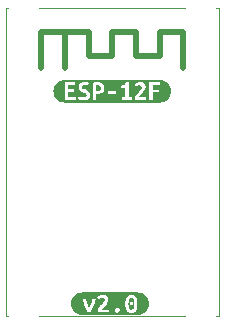
<source format=gbr>
G04 #@! TF.GenerationSoftware,KiCad,Pcbnew,6.0.10+dfsg-1~bpo11+1*
G04 #@! TF.ProjectId,mag,6d61672e-6b69-4636-9164-5f7063625858,rev?*
G04 #@! TF.SameCoordinates,Original*
G04 #@! TF.FileFunction,Legend,Top*
G04 #@! TF.FilePolarity,Positive*
%FSLAX46Y46*%
G04 Gerber Fmt 4.6, Leading zero omitted, Abs format (unit mm)*
%MOMM*%
%LPD*%
G01*
G04 APERTURE LIST*
G04 #@! TA.AperFunction,Profile*
%ADD10C,0.120000*%
G04 #@! TD*
%ADD11C,0.500000*%
%ADD12C,0.900000*%
%ADD13C,2.500000*%
%ADD14C,1.500000*%
%ADD15O,2.000000X1.500000*%
G04 APERTURE END LIST*
G36*
X132788126Y-125948989D02*
G01*
X132606615Y-125893929D01*
X132439333Y-125804514D01*
X132292709Y-125684183D01*
X132172378Y-125537559D01*
X132082964Y-125370277D01*
X132027903Y-125188766D01*
X132009311Y-125000000D01*
X132027903Y-124811234D01*
X132082964Y-124629723D01*
X132088696Y-124619000D01*
X132977091Y-124619000D01*
X133027767Y-124784720D01*
X133079782Y-124943743D01*
X133133137Y-125096069D01*
X133187831Y-125241697D01*
X133261253Y-125423333D01*
X133333881Y-125588830D01*
X133405716Y-125738188D01*
X133650984Y-125738188D01*
X133724009Y-125588830D01*
X133800209Y-125423333D01*
X133879584Y-125241697D01*
X133938967Y-125096069D01*
X133995670Y-124943743D01*
X134049695Y-124784720D01*
X134101041Y-124619000D01*
X133803384Y-124619000D01*
X133778679Y-124712464D01*
X133747425Y-124811881D01*
X133712302Y-124914573D01*
X133675987Y-125017859D01*
X133638780Y-125119955D01*
X133600978Y-125219075D01*
X133531922Y-125397669D01*
X133466437Y-125219075D01*
X133432207Y-125119955D01*
X133398572Y-125017859D01*
X133366127Y-124914573D01*
X133335469Y-124811881D01*
X133307787Y-124712464D01*
X133284272Y-124619000D01*
X132977091Y-124619000D01*
X132088696Y-124619000D01*
X132172378Y-124462441D01*
X132202187Y-124426119D01*
X134236772Y-124426119D01*
X134382028Y-124630906D01*
X134532047Y-124518988D01*
X134677303Y-124485650D01*
X134815416Y-124534466D01*
X134870184Y-124673769D01*
X134826131Y-124799975D01*
X134714213Y-124928563D01*
X134643966Y-124996726D01*
X134568956Y-125067866D01*
X134493947Y-125143470D01*
X134423700Y-125225028D01*
X134361787Y-125313432D01*
X134311781Y-125409575D01*
X134278741Y-125514350D01*
X134267728Y-125628650D01*
X134266537Y-125678656D01*
X134272491Y-125738188D01*
X135234516Y-125738188D01*
X135234516Y-125550069D01*
X135708384Y-125550069D01*
X135726244Y-125641747D01*
X135773869Y-125708422D01*
X135841734Y-125750094D01*
X135922697Y-125764381D01*
X136070334Y-125709613D01*
X136134628Y-125550069D01*
X136070334Y-125395288D01*
X135922697Y-125340519D01*
X135841734Y-125354806D01*
X135773869Y-125395288D01*
X135726244Y-125460772D01*
X135708384Y-125550069D01*
X135234516Y-125550069D01*
X135234516Y-125495300D01*
X134601103Y-125495300D01*
X134626106Y-125416719D01*
X134686828Y-125332184D01*
X134763028Y-125251222D01*
X134834466Y-125183356D01*
X134955909Y-125064294D01*
X135011472Y-124997619D01*
X136598972Y-124997619D01*
X136607157Y-125180380D01*
X136631714Y-125338138D01*
X136672642Y-125470892D01*
X136729941Y-125578644D01*
X136830482Y-125684477D01*
X136957482Y-125747977D01*
X137110941Y-125769144D01*
X137264399Y-125747977D01*
X137391399Y-125684477D01*
X137491941Y-125578644D01*
X137549239Y-125470892D01*
X137590167Y-125338138D01*
X137614724Y-125180380D01*
X137622909Y-124997619D01*
X137614724Y-124815974D01*
X137590167Y-124659184D01*
X137549239Y-124527247D01*
X137491941Y-124420166D01*
X137391399Y-124314994D01*
X137264399Y-124251891D01*
X137110941Y-124230856D01*
X136959864Y-124252023D01*
X136833657Y-124315523D01*
X136732322Y-124421356D01*
X136673981Y-124528810D01*
X136632309Y-124660672D01*
X136607306Y-124816941D01*
X136598972Y-124997619D01*
X135011472Y-124997619D01*
X135063066Y-124935706D01*
X135139266Y-124798784D01*
X135167841Y-124652338D01*
X135129741Y-124467791D01*
X135027347Y-124335631D01*
X134879709Y-124257050D01*
X134705878Y-124230856D01*
X134581755Y-124242763D01*
X134457037Y-124278481D01*
X134339463Y-124339203D01*
X134236772Y-124426119D01*
X132202187Y-124426119D01*
X132292709Y-124315817D01*
X132439333Y-124195486D01*
X132606615Y-124106071D01*
X132788126Y-124051011D01*
X132976892Y-124032419D01*
X137623108Y-124032419D01*
X137811874Y-124051011D01*
X137993385Y-124106071D01*
X138160667Y-124195486D01*
X138307291Y-124315817D01*
X138427622Y-124462441D01*
X138517036Y-124629723D01*
X138572097Y-124811234D01*
X138590689Y-125000000D01*
X138572097Y-125188766D01*
X138517036Y-125370277D01*
X138427622Y-125537559D01*
X138307291Y-125684183D01*
X138160667Y-125804514D01*
X137993385Y-125893929D01*
X137811874Y-125948989D01*
X137623108Y-125967581D01*
X132976892Y-125967581D01*
X132788126Y-125948989D01*
G37*
G36*
X137110941Y-125516731D02*
G01*
X137005570Y-125483691D01*
X136927584Y-125384572D01*
X136891866Y-125282840D01*
X136870434Y-125153855D01*
X136863291Y-124997619D01*
X136864389Y-124973806D01*
X136979972Y-124973806D01*
X137015691Y-125084534D01*
X137113322Y-125130969D01*
X137207381Y-125084534D01*
X137244291Y-124973806D01*
X137207381Y-124861888D01*
X137113322Y-124814263D01*
X137015691Y-124861888D01*
X136979972Y-124973806D01*
X136864389Y-124973806D01*
X136870434Y-124842705D01*
X136891866Y-124714515D01*
X136927584Y-124613047D01*
X137005570Y-124513927D01*
X137110941Y-124480888D01*
X137217799Y-124513927D01*
X137295487Y-124613047D01*
X137330545Y-124714515D01*
X137351579Y-124842705D01*
X137358591Y-124997619D01*
X137351579Y-125153855D01*
X137330545Y-125282840D01*
X137295487Y-125384572D01*
X137217799Y-125483691D01*
X137113322Y-125515995D01*
X137110941Y-125516731D01*
G37*
D10*
X126500000Y-100000000D02*
X144500000Y-100000000D01*
X144500000Y-100000000D02*
X144500000Y-126000000D01*
X144500000Y-126000000D02*
X126500000Y-126000000D01*
X126500000Y-126000000D02*
X126500000Y-100000000D01*
D11*
X135500000Y-104000000D02*
X135500000Y-102000000D01*
X141500000Y-102000000D02*
X139500000Y-102000000D01*
X137500000Y-102000000D02*
X135500000Y-102000000D01*
X133500000Y-102000000D02*
X133500000Y-104000000D01*
X129500000Y-105000000D02*
X129500000Y-102000000D01*
X135500000Y-104000000D02*
X133500000Y-104000000D01*
X141500000Y-102000000D02*
X141500000Y-105000000D01*
X139500000Y-104000000D02*
X139500000Y-102000000D01*
X131500000Y-105000000D02*
X131500000Y-102000000D01*
X139500000Y-104000000D02*
X137500000Y-104000000D01*
X137500000Y-102000000D02*
X137500000Y-104000000D01*
X133500000Y-102000000D02*
X129500000Y-102000000D01*
G36*
X131287914Y-107948989D02*
G01*
X131106402Y-107893929D01*
X130939120Y-107804514D01*
X130858301Y-107738188D01*
X131476878Y-107738188D01*
X132422234Y-107738188D01*
X132422234Y-107657225D01*
X132612734Y-107657225D01*
X132777041Y-107729853D01*
X132905033Y-107759321D01*
X133069934Y-107769144D01*
X133237019Y-107756576D01*
X133303410Y-107738188D01*
X133836697Y-107738188D01*
X134129591Y-107738188D01*
X134129591Y-107271463D01*
X135167816Y-107271463D01*
X135820278Y-107271463D01*
X135820278Y-106983331D01*
X135167816Y-106983331D01*
X135167816Y-107271463D01*
X134129591Y-107271463D01*
X134129591Y-107240506D01*
X134234366Y-107240506D01*
X134410446Y-107227409D01*
X134557686Y-107188119D01*
X134676088Y-107122634D01*
X134762739Y-107027781D01*
X134814729Y-106900384D01*
X134832059Y-106740444D01*
X134814861Y-106582091D01*
X134810467Y-106571375D01*
X136203659Y-106571375D01*
X136298909Y-106814263D01*
X136444166Y-106755922D01*
X136596566Y-106671388D01*
X136596566Y-107495300D01*
X136287003Y-107495300D01*
X136287003Y-107738188D01*
X137182353Y-107738188D01*
X137182353Y-107495300D01*
X136889459Y-107495300D01*
X136889459Y-106426119D01*
X137382378Y-106426119D01*
X137527634Y-106630906D01*
X137677653Y-106518988D01*
X137822909Y-106485650D01*
X137961022Y-106534466D01*
X138015791Y-106673769D01*
X137971737Y-106799975D01*
X137859819Y-106928563D01*
X137789572Y-106996726D01*
X137714563Y-107067866D01*
X137639553Y-107143470D01*
X137569306Y-107225028D01*
X137507394Y-107313432D01*
X137457388Y-107409575D01*
X137424348Y-107514350D01*
X137413334Y-107628650D01*
X137412144Y-107678656D01*
X137418097Y-107738188D01*
X138380122Y-107738188D01*
X138620628Y-107738188D01*
X138913522Y-107738188D01*
X138913522Y-107107156D01*
X139446922Y-107107156D01*
X139446922Y-106864269D01*
X138913522Y-106864269D01*
X138913522Y-106507081D01*
X139523122Y-106507081D01*
X139523122Y-106264194D01*
X138620628Y-106264194D01*
X138620628Y-107738188D01*
X138380122Y-107738188D01*
X138380122Y-107495300D01*
X137746709Y-107495300D01*
X137771713Y-107416719D01*
X137832434Y-107332184D01*
X137908634Y-107251222D01*
X137980072Y-107183356D01*
X138101516Y-107064294D01*
X138208672Y-106935706D01*
X138284872Y-106798784D01*
X138313447Y-106652338D01*
X138275347Y-106467791D01*
X138172953Y-106335631D01*
X138025316Y-106257050D01*
X137851484Y-106230856D01*
X137727362Y-106242763D01*
X137602644Y-106278481D01*
X137485070Y-106339203D01*
X137382378Y-106426119D01*
X136889459Y-106426119D01*
X136889459Y-106264194D01*
X136689434Y-106264194D01*
X136587041Y-106357063D01*
X136460834Y-106442788D01*
X136327484Y-106516606D01*
X136203659Y-106571375D01*
X134810467Y-106571375D01*
X134763268Y-106456281D01*
X134677278Y-106363016D01*
X134560068Y-106298854D01*
X134414811Y-106260357D01*
X134241509Y-106247525D01*
X134148641Y-106249906D01*
X134041484Y-106255859D01*
X133933138Y-106266575D01*
X133836697Y-106283244D01*
X133836697Y-107738188D01*
X133303410Y-107738188D01*
X133373147Y-107718873D01*
X133478319Y-107656034D01*
X133579224Y-107519410D01*
X133612859Y-107335756D01*
X133602739Y-107224730D01*
X133572378Y-107134541D01*
X133468794Y-107001191D01*
X133330681Y-106915466D01*
X133186616Y-106857125D01*
X133094938Y-106821406D01*
X133011594Y-106777353D01*
X132950872Y-106720203D01*
X132927059Y-106645194D01*
X132952989Y-106551267D01*
X133030776Y-106494910D01*
X133160422Y-106476125D01*
X133328300Y-106499938D01*
X133460459Y-106557088D01*
X133546184Y-106330869D01*
X133375925Y-106261813D01*
X133266090Y-106238595D01*
X133138991Y-106230856D01*
X132993073Y-106243821D01*
X132869645Y-106282715D01*
X132768706Y-106347538D01*
X132667801Y-106486841D01*
X132634166Y-106671388D01*
X132672266Y-106846409D01*
X132768706Y-106964281D01*
X132898484Y-107042863D01*
X133036597Y-107097631D01*
X133136609Y-107139303D01*
X133227097Y-107189309D01*
X133293772Y-107252413D01*
X133319966Y-107333375D01*
X133309250Y-107403622D01*
X133269959Y-107465534D01*
X133192569Y-107508397D01*
X133069934Y-107523875D01*
X132951170Y-107515541D01*
X132852050Y-107490538D01*
X132698459Y-107419100D01*
X132612734Y-107657225D01*
X132422234Y-107657225D01*
X132422234Y-107495300D01*
X131769772Y-107495300D01*
X131769772Y-107080962D01*
X132291266Y-107080962D01*
X132291266Y-106838075D01*
X131769772Y-106838075D01*
X131769772Y-106507081D01*
X132369847Y-106507081D01*
X132369847Y-106264194D01*
X131476878Y-106264194D01*
X131476878Y-107738188D01*
X130858301Y-107738188D01*
X130792496Y-107684183D01*
X130672165Y-107537559D01*
X130582751Y-107370277D01*
X130527690Y-107188766D01*
X130509098Y-107000000D01*
X130527690Y-106811234D01*
X130582751Y-106629723D01*
X130672165Y-106462441D01*
X130792496Y-106315817D01*
X130939120Y-106195486D01*
X131106402Y-106106071D01*
X131287914Y-106051011D01*
X131476680Y-106032419D01*
X139523320Y-106032419D01*
X139712086Y-106051011D01*
X139893598Y-106106071D01*
X140060880Y-106195486D01*
X140207504Y-106315817D01*
X140327835Y-106462441D01*
X140417249Y-106629723D01*
X140472310Y-106811234D01*
X140490902Y-107000000D01*
X140472310Y-107188766D01*
X140417249Y-107370277D01*
X140327835Y-107537559D01*
X140207504Y-107684183D01*
X140060880Y-107804514D01*
X139893598Y-107893929D01*
X139712086Y-107948989D01*
X139523320Y-107967581D01*
X131476680Y-107967581D01*
X131287914Y-107948989D01*
G37*
G36*
X134379920Y-106515713D02*
G01*
X134461775Y-106555897D01*
X134514460Y-106628227D01*
X134532022Y-106738063D01*
X134514163Y-106853851D01*
X134460584Y-106929753D01*
X134371883Y-106971723D01*
X134248653Y-106985713D01*
X134129591Y-106985713D01*
X134129591Y-106509463D01*
X134202219Y-106503509D01*
X134274847Y-106502319D01*
X134379920Y-106515713D01*
G37*
%LPC*%
D12*
X142500000Y-103000000D03*
X131500000Y-125000000D03*
X128500000Y-106000000D03*
D13*
X128000000Y-100000000D03*
X143000000Y-100000000D03*
X143000000Y-126000000D03*
X128000000Y-126000000D03*
D14*
X139500000Y-118000000D03*
X135500000Y-122000000D03*
X139500000Y-116000000D03*
X135500000Y-118000000D03*
X139500000Y-112000000D03*
X137500000Y-116000000D03*
X137500000Y-122000000D03*
X133500000Y-122000000D03*
X139500000Y-122000000D03*
X137500000Y-112000000D03*
X135500000Y-110000000D03*
X131500000Y-114000000D03*
X137500000Y-110000000D03*
X135500000Y-112000000D03*
X139500000Y-114000000D03*
X131500000Y-116000000D03*
X139500000Y-110000000D03*
X135500000Y-116000000D03*
X137500000Y-120000000D03*
X133500000Y-118000000D03*
X133500000Y-114000000D03*
X137500000Y-114000000D03*
X131500000Y-118000000D03*
X135500000Y-120000000D03*
X131500000Y-112000000D03*
X133500000Y-110000000D03*
X131500000Y-110000000D03*
X133500000Y-116000000D03*
X137500000Y-118000000D03*
X131500000Y-120000000D03*
X135500000Y-114000000D03*
X133500000Y-112000000D03*
X133500000Y-120000000D03*
X131500000Y-122000000D03*
X139500000Y-120000000D03*
D15*
X128250000Y-109600000D03*
X128250000Y-111600000D03*
X128250000Y-113600000D03*
X128250000Y-115600000D03*
X128250000Y-117600000D03*
X128250000Y-119600000D03*
X128250000Y-121600000D03*
X128250000Y-123600000D03*
X142750000Y-123600000D03*
X142750000Y-121600000D03*
X142750000Y-119600000D03*
X142750000Y-117600000D03*
X142750000Y-115600000D03*
X142750000Y-113600000D03*
X142750000Y-111600000D03*
X142750000Y-109600000D03*
M02*

</source>
